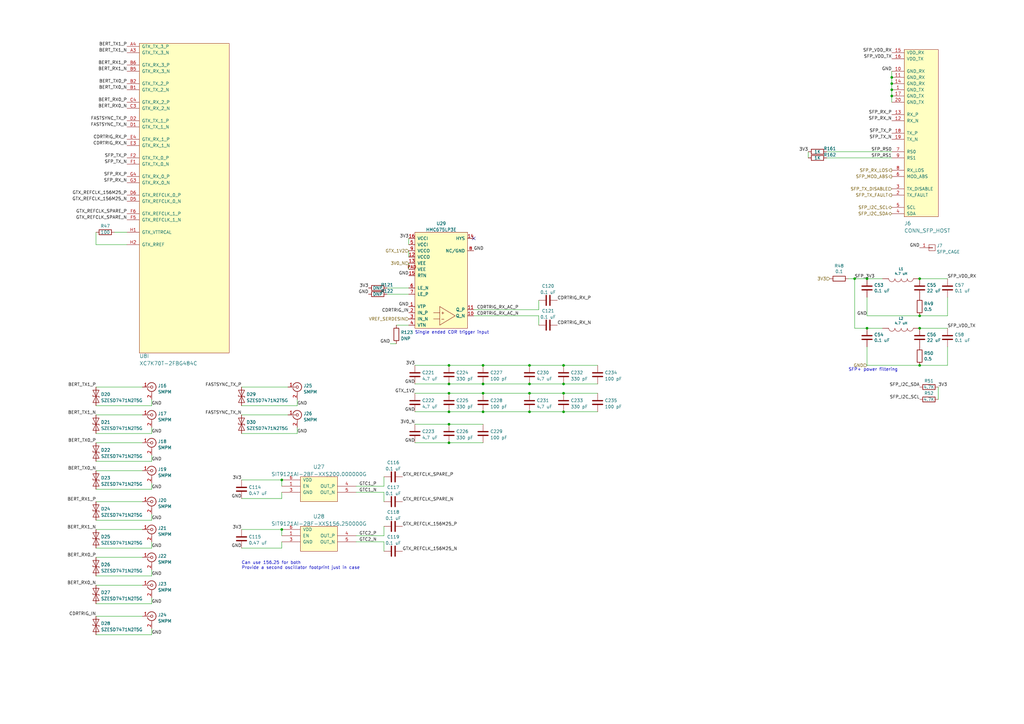
<source format=kicad_sch>
(kicad_sch (version 20211123) (generator eeschema)
  (paper "A3")
  (title_block (title "Trigger Crossbar") (date "2023-12-19") (rev "0.1") (company "Antikernel Labs") (comment 1 "Andrew D. Zonenberg"))
  (junction (at 198.12 157.48))
  (junction (at 217.17 149.86))
  (junction (at 184.15 168.91))
  (junction (at 184.15 161.29))
  (junction (at 365.76 39.37))
  (junction (at 115.57 196.85))
  (junction (at 231.14 157.48))
  (junction (at 231.14 168.91))
  (junction (at 231.14 161.29))
  (junction (at 184.15 181.61))
  (junction (at 184.15 173.99))
  (junction (at 365.76 36.83))
  (junction (at 377.19 129.54))
  (junction (at 231.14 149.86))
  (junction (at 377.19 134.62))
  (junction (at 217.17 157.48))
  (junction (at 198.12 149.86))
  (junction (at 184.15 157.48))
  (junction (at 377.19 114.3))
  (junction (at 217.17 168.91))
  (junction (at 198.12 161.29))
  (junction (at 115.57 217.17))
  (junction (at 377.19 149.86))
  (junction (at 355.6 114.3))
  (junction (at 350.52 114.3))
  (junction (at 365.76 34.29))
  (junction (at 184.15 149.86))
  (junction (at 355.6 134.62))
  (junction (at 365.76 31.75))
  (junction (at 217.17 161.29))
  (junction (at 198.12 168.91))
  (no_connect (at 194.31 97.79))
  (wire (pts (xy 220.98 127) (xy 220.98 123.19)))
  (wire (pts (xy 39.37 236.22) (xy 62.23 236.22)))
  (wire (pts (xy 39.37 158.75) (xy 58.42 158.75)))
  (wire (pts (xy 365.76 36.83) (xy 365.76 39.37)))
  (wire (pts (xy 99.06 158.75) (xy 118.11 158.75)))
  (wire (pts (xy 62.23 260.35) (xy 62.23 257.81)))
  (wire (pts (xy 99.06 224.79) (xy 115.57 224.79)))
  (wire (pts (xy 46.99 95.25) (xy 52.07 95.25)))
  (wire (pts (xy 99.06 177.8) (xy 121.92 177.8)))
  (wire (pts (xy 388.62 121.92) (xy 388.62 129.54)))
  (wire (pts (xy 39.37 217.17) (xy 58.42 217.17)))
  (wire (pts (xy 39.37 252.73) (xy 58.42 252.73)))
  (wire (pts (xy 62.23 166.37) (xy 62.23 163.83)))
  (wire (pts (xy 62.23 224.79) (xy 62.23 222.25)))
  (wire (pts (xy 157.48 222.25) (xy 157.48 226.06)))
  (wire (pts (xy 39.37 170.18) (xy 58.42 170.18)))
  (wire (pts (xy 39.37 193.04) (xy 58.42 193.04)))
  (wire (pts (xy 217.17 149.86) (xy 231.14 149.86)))
  (wire (pts (xy 39.37 181.61) (xy 58.42 181.61)))
  (wire (pts (xy 62.23 177.8) (xy 62.23 175.26)))
  (wire (pts (xy 184.15 168.91) (xy 198.12 168.91)))
  (wire (pts (xy 198.12 157.48) (xy 217.17 157.48)))
  (wire (pts (xy 162.56 133.35) (xy 167.64 133.35)))
  (wire (pts (xy 339.09 62.23) (xy 365.76 62.23)))
  (wire (pts (xy 231.14 157.48) (xy 245.11 157.48)))
  (wire (pts (xy 365.76 31.75) (xy 365.76 34.29)))
  (wire (pts (xy 62.23 236.22) (xy 62.23 233.68)))
  (wire (pts (xy 99.06 217.17) (xy 115.57 217.17)))
  (wire (pts (xy 217.17 168.91) (xy 231.14 168.91)))
  (wire (pts (xy 355.6 114.3) (xy 361.95 114.3)))
  (wire (pts (xy 355.6 149.86) (xy 355.6 142.24)))
  (wire (pts (xy 170.18 181.61) (xy 184.15 181.61)))
  (wire (pts (xy 99.06 204.47) (xy 115.57 204.47)))
  (wire (pts (xy 170.18 173.99) (xy 184.15 173.99)))
  (wire (pts (xy 388.62 129.54) (xy 377.19 129.54)))
  (wire (pts (xy 39.37 247.65) (xy 62.23 247.65)))
  (wire (pts (xy 146.05 201.93) (xy 157.48 201.93)))
  (wire (pts (xy 157.48 199.39) (xy 157.48 195.58)))
  (wire (pts (xy 170.18 149.86) (xy 184.15 149.86)))
  (wire (pts (xy 194.31 129.54) (xy 220.98 129.54)))
  (wire (pts (xy 99.06 170.18) (xy 118.11 170.18)))
  (wire (pts (xy 39.37 213.36) (xy 62.23 213.36)))
  (wire (pts (xy 62.23 200.66) (xy 62.23 198.12)))
  (wire (pts (xy 377.19 129.54) (xy 355.6 129.54)))
  (wire (pts (xy 339.09 64.77) (xy 365.76 64.77)))
  (wire (pts (xy 170.18 161.29) (xy 184.15 161.29)))
  (wire (pts (xy 157.48 201.93) (xy 157.48 205.74)))
  (wire (pts (xy 170.18 157.48) (xy 184.15 157.48)))
  (wire (pts (xy 39.37 205.74) (xy 58.42 205.74)))
  (wire (pts (xy 384.81 158.75) (xy 384.81 163.83)))
  (wire (pts (xy 388.62 149.86) (xy 377.19 149.86)))
  (wire (pts (xy 184.15 181.61) (xy 198.12 181.61)))
  (wire (pts (xy 365.76 34.29) (xy 365.76 36.83)))
  (wire (pts (xy 377.19 114.3) (xy 388.62 114.3)))
  (wire (pts (xy 115.57 196.85) (xy 115.57 199.39)))
  (wire (pts (xy 121.92 166.37) (xy 121.92 163.83)))
  (wire (pts (xy 198.12 161.29) (xy 217.17 161.29)))
  (wire (pts (xy 39.37 177.8) (xy 62.23 177.8)))
  (wire (pts (xy 157.48 215.9) (xy 157.48 219.71)))
  (wire (pts (xy 220.98 129.54) (xy 220.98 133.35)))
  (wire (pts (xy 170.18 168.91) (xy 184.15 168.91)))
  (wire (pts (xy 184.15 149.86) (xy 198.12 149.86)))
  (wire (pts (xy 62.23 213.36) (xy 62.23 210.82)))
  (wire (pts (xy 388.62 142.24) (xy 388.62 149.86)))
  (wire (pts (xy 365.76 29.21) (xy 365.76 31.75)))
  (wire (pts (xy 184.15 161.29) (xy 198.12 161.29)))
  (wire (pts (xy 198.12 168.91) (xy 217.17 168.91)))
  (wire (pts (xy 115.57 217.17) (xy 115.57 219.71)))
  (wire (pts (xy 39.37 224.79) (xy 62.23 224.79)))
  (wire (pts (xy 39.37 240.03) (xy 58.42 240.03)))
  (wire (pts (xy 377.19 134.62) (xy 388.62 134.62)))
  (wire (pts (xy 184.15 173.99) (xy 198.12 173.99)))
  (wire (pts (xy 331.47 62.23) (xy 331.47 64.77)))
  (wire (pts (xy 115.57 204.47) (xy 115.57 201.93)))
  (wire (pts (xy 146.05 199.39) (xy 157.48 199.39)))
  (wire (pts (xy 62.23 189.23) (xy 62.23 186.69)))
  (wire (pts (xy 39.37 200.66) (xy 62.23 200.66)))
  (wire (pts (xy 115.57 224.79) (xy 115.57 222.25)))
  (wire (pts (xy 62.23 247.65) (xy 62.23 245.11)))
  (wire (pts (xy 167.64 97.79) (xy 167.64 100.33)))
  (wire (pts (xy 217.17 161.29) (xy 231.14 161.29)))
  (wire (pts (xy 347.98 114.3) (xy 350.52 114.3)))
  (wire (pts (xy 355.6 129.54) (xy 355.6 121.92)))
  (wire (pts (xy 167.64 102.87) (xy 167.64 105.41)))
  (wire (pts (xy 365.76 39.37) (xy 365.76 41.91)))
  (wire (pts (xy 194.31 127) (xy 220.98 127)))
  (wire (pts (xy 231.14 161.29) (xy 245.11 161.29)))
  (wire (pts (xy 350.52 114.3) (xy 355.6 114.3)))
  (wire (pts (xy 184.15 157.48) (xy 198.12 157.48)))
  (wire (pts (xy 39.37 228.6) (xy 58.42 228.6)))
  (wire (pts (xy 39.37 260.35) (xy 62.23 260.35)))
  (wire (pts (xy 99.06 196.85) (xy 115.57 196.85)))
  (wire (pts (xy 231.14 168.91) (xy 245.11 168.91)))
  (wire (pts (xy 355.6 134.62) (xy 361.95 134.62)))
  (wire (pts (xy 39.37 189.23) (xy 62.23 189.23)))
  (wire (pts (xy 198.12 149.86) (xy 217.17 149.86)))
  (wire (pts (xy 167.64 107.95) (xy 167.64 110.49)))
  (wire (pts (xy 160.02 140.97) (xy 162.56 140.97)))
  (wire (pts (xy 146.05 222.25) (xy 157.48 222.25)))
  (wire (pts (xy 121.92 177.8) (xy 121.92 175.26)))
  (wire (pts (xy 350.52 134.62) (xy 355.6 134.62)))
  (wire (pts (xy 158.75 120.65) (xy 167.64 120.65)))
  (wire (pts (xy 231.14 149.86) (xy 245.11 149.86)))
  (wire (pts (xy 39.37 166.37) (xy 62.23 166.37)))
  (wire (pts (xy 99.06 166.37) (xy 121.92 166.37)))
  (wire (pts (xy 377.19 149.86) (xy 355.6 149.86)))
  (wire (pts (xy 350.52 114.3) (xy 350.52 134.62)))
  (wire (pts (xy 158.75 118.11) (xy 167.64 118.11)))
  (wire (pts (xy 39.37 95.25) (xy 39.37 100.33)))
  (wire (pts (xy 39.37 100.33) (xy 52.07 100.33)))
  (wire (pts (xy 217.17 157.48) (xy 231.14 157.48)))
  (wire (pts (xy 146.05 219.71) (xy 157.48 219.71)))
  (text "Can use 156.25 for both\nProvide a second oscillator footprint just in case" (at 99.06 233.68 0) (effects (font (size 1.27 1.27)) (justify left bottom)))
  (text "SFP+ power filtering" (at 347.98 152.4 0) (effects (font (size 1.27 1.27)) (justify left bottom)))
  (text "Single ended CDR trigger input" (at 170.18 137.16 0) (effects (font (size 1.27 1.27)) (justify left bottom)))
  (label "CDRTRIG_IN" (at 167.64 128.27 180))
  (label "GTC1_N" (at 147.32 201.93 0))
  (label "SFP_I2C_SCL" (at 377.19 163.83 180))
  (label "3V3" (at 331.47 62.23 180))
  (label "SFP_RX_N" (at 52.07 74.93 180))
  (label "GND" (at 377.19 101.6 180))
  (label "BERT_RX0_P" (at 39.37 228.6 180))
  (label "CDRTRIG_RX_P" (at 228.6 123.19 0))
  (label "FASTSYNC_TX_N" (at 99.06 170.18 180))
  (label "GTC2_N" (at 147.32 222.25 0))
  (label "GTX_REFCLK_156M25_N" (at 52.07 82.55 180))
  (label "SFP_RX_P" (at 52.07 72.39 180))
  (label "GND" (at 121.92 166.37 0))
  (label "CDRTRIG_RX_AC_N" (at 195.58 129.54 0))
  (label "CDRTRIG_RX_N" (at 52.07 59.69 180))
  (label "GND" (at 62.23 213.36 0))
  (label "3V0_N" (at 170.18 173.99 180))
  (label "FASTSYNC_TX_P" (at 52.07 49.53 180))
  (label "GND" (at 355.6 129.54 180))
  (label "BERT_RX1_N" (at 52.07 29.21 180))
  (label "GTX_1V2" (at 170.18 161.29 180))
  (label "GND" (at 170.18 181.61 180))
  (label "BERT_TX1_N" (at 52.07 21.59 180))
  (label "BERT_TX1_P" (at 39.37 158.75 180))
  (label "SFP_TX_N" (at 365.76 57.15 180))
  (label "GND" (at 99.06 224.79 180))
  (label "3V3" (at 170.18 149.86 180))
  (label "GND" (at 62.23 224.79 0))
  (label "GND" (at 160.02 140.97 180))
  (label "3V3" (at 167.64 97.79 180))
  (label "GND" (at 121.92 177.8 0))
  (label "3V3" (at 99.06 217.17 180))
  (label "SFP_VDD_RX" (at 388.62 114.3 0))
  (label "CDRTRIG_RX_AC_P" (at 195.58 127 0))
  (label "GTX_REFCLK_156M25_P" (at 52.07 80.01 180))
  (label "GTX_REFCLK_SPARE_P" (at 52.07 87.63 180))
  (label "BERT_TX0_P" (at 39.37 181.61 180))
  (label "3V3" (at 384.81 158.75 0))
  (label "GND" (at 151.13 120.65 180))
  (label "GND" (at 62.23 236.22 0))
  (label "GND" (at 170.18 157.48 180))
  (label "BERT_RX0_N" (at 52.07 44.45 180))
  (label "BERT_TX0_N" (at 39.37 193.04 180))
  (label "GND" (at 62.23 189.23 0))
  (label "BERT_RX0_N" (at 39.37 240.03 180))
  (label "BERT_TX1_N" (at 39.37 170.18 180))
  (label "GTX_REFCLK_SPARE_P" (at 165.1 195.58 0))
  (label "FASTSYNC_TX_P" (at 99.06 158.75 180))
  (label "GND" (at 62.23 166.37 0))
  (label "BERT_TX0_N" (at 52.07 36.83 180))
  (label "GND" (at 194.31 102.87 0))
  (label "GTX_REFCLK_SPARE_N" (at 52.07 90.17 180))
  (label "BERT_TX0_P" (at 52.07 34.29 180))
  (label "3V3" (at 151.13 118.11 180))
  (label "SFP_RX_N" (at 365.76 49.53 180))
  (label "SFP_RS0" (at 365.76 62.23 180))
  (label "GTX_REFCLK_156M25_P" (at 165.1 215.9 0))
  (label "BERT_RX1_N" (at 39.37 217.17 180))
  (label "GND" (at 62.23 247.65 0))
  (label "SFP_3V3" (at 350.52 114.3 0))
  (label "BERT_RX1_P" (at 39.37 205.74 180))
  (label "GND" (at 62.23 200.66 0))
  (label "GND" (at 170.18 168.91 180))
  (label "BERT_RX1_P" (at 52.07 26.67 180))
  (label "CDRTRIG_RX_P" (at 52.07 57.15 180))
  (label "SFP_VDD_TX" (at 365.76 24.13 180))
  (label "SFP_VDD_TX" (at 388.62 134.62 0))
  (label "GND" (at 62.23 177.8 0))
  (label "3V3" (at 99.06 196.85 180))
  (label "SFP_VDD_RX" (at 365.76 21.59 180))
  (label "BERT_TX1_P" (at 52.07 19.05 180))
  (label "GTC1_P" (at 147.32 199.39 0))
  (label "FASTSYNC_TX_N" (at 52.07 52.07 180))
  (label "GTC2_P" (at 147.32 219.71 0))
  (label "SFP_RS1" (at 365.76 64.77 180))
  (label "GND" (at 167.64 125.73 180))
  (label "SFP_I2C_SDA" (at 377.19 158.75 180))
  (label "BERT_RX0_P" (at 52.07 41.91 180))
  (label "SFP_TX_N" (at 52.07 67.31 180))
  (label "CDRTRIG_RX_N" (at 228.6 133.35 0))
  (label "CDRTRIG_IN" (at 39.37 252.73 180))
  (label "GND" (at 167.64 113.03 180))
  (label "GND" (at 365.76 29.21 180))
  (label "GND" (at 99.06 204.47 180))
  (label "GTX_REFCLK_156M25_N" (at 165.1 226.06 0))
  (label "SFP_TX_P" (at 52.07 64.77 180))
  (label "GND" (at 62.23 260.35 0))
  (label "GTX_REFCLK_SPARE_N" (at 165.1 205.74 0))
  (label "SFP_RX_P" (at 365.76 46.99 180))
  (label "SFP_TX_P" (at 365.76 54.61 180))
  (hierarchical_label "VREF_SERDESIN" (shape input) (at 167.64 130.81 180))
  (hierarchical_label "3V0_N" (shape input) (at 167.64 107.95 180))
  (hierarchical_label "GTX_1V2" (shape input) (at 167.64 102.87 180))
  (hierarchical_label "SFP_RX_LOS" (shape output) (at 365.76 69.85 180))
  (hierarchical_label "3V3" (shape input) (at 340.36 114.3 180))
  (hierarchical_label "SFP_TX_DISABLE" (shape input) (at 365.76 77.47 180))
  (hierarchical_label "GND" (shape input) (at 355.6 149.86 180))
  (hierarchical_label "SFP_MOD_ABS" (shape output) (at 365.76 72.39 180))
  (hierarchical_label "SFP_TX_FAULT" (shape output) (at 365.76 80.01 180))
  (hierarchical_label "SFP_I2C_SCL" (shape bidirectional) (at 365.76 85.09 180))
  (hierarchical_label "SFP_I2C_SDA" (shape bidirectional) (at 365.76 87.63 180))
  (symbol (lib_id "device:R") (at 381 163.83 90) (unit 1)
    (property "Reference" "R52" (at 381 161.29 90))
    (property "Value" "4.7K" (at 381 163.83 90))
    (property "Footprint" "azonenberg_pcb:EIA_0402_RES_NOSILK" (effects hide))
  )
  (symbol (lib_id "device:D_TVS") (at 39.37 243.84 90) (unit 1)
    (property "Reference" "D27" (at 41.3766 243.0053 90) (effects (justify right)))
    (property "Value" "SZESD7471N2T5G" (at 41.3766 245.5422 90) (effects (justify right)))
    (property "Footprint" "azonenberg_pcb:SOD882" (effects hide))
    (property "Datasheet" "https://en.wikipedia.org/wiki/Transient-voltage-suppression_diode" (effects hide))
  )
  (symbol (lib_id "device:C") (at 355.6 138.43 0) (unit 1)
    (property "Reference" "C54" (at 358.521 137.2616 0) (effects (justify left)))
    (property "Value" "0.1 uF" (at 358.521 139.573 0) (effects (justify left)))
    (property "Footprint" "azonenberg_pcb:EIA_0402_CAP_NOSILK" (effects hide))
  )
  (symbol (lib_id "conn:CONN_COAXIAL") (at 62.23 170.18 0) (unit 1)
    (property "Reference" "J17" (at 64.77 169.6385 0) (effects (justify left)))
    (property "Value" "SMPM" (at 64.77 172.1754 0) (effects (justify left)))
    (property "Footprint" "azonenberg_pcb:CONN_SMPM_AMPHENOL_C925-197J-51PT" (effects hide))
  )
  (symbol (lib_id "device:D_TVS") (at 39.37 185.42 90) (unit 1)
    (property "Reference" "D22" (at 41.3766 184.5853 90) (effects (justify right)))
    (property "Value" "SZESD7471N2T5G" (at 41.3766 187.1222 90) (effects (justify right)))
    (property "Footprint" "azonenberg_pcb:SOD882" (effects hide))
    (property "Datasheet" "https://en.wikipedia.org/wiki/Transient-voltage-suppression_diode" (effects hide))
  )
  (symbol (lib_id "device:C") (at 99.06 220.98 0) (unit 1)
    (property "Reference" "C115" (at 101.981 220.1453 0) (effects (justify left)))
    (property "Value" "0.47 uF" (at 101.981 222.6822 0) (effects (justify left)))
    (property "Footprint" "azonenberg_pcb:EIA_0402_CAP_NOSILK" (effects hide))
  )
  (symbol (lib_id "device:C") (at 217.17 153.67 0) (unit 1)
    (property "Reference" "C230" (at 220.091 152.8353 0) (effects (justify left)))
    (property "Value" "4.7 uF" (at 220.091 155.3722 0) (effects (justify left)))
    (property "Footprint" "azonenberg_pcb:EIA_0603_CAP_NOSILK" (effects hide))
  )
  (symbol (lib_id "device:R") (at 335.28 64.77 90) (unit 1)
    (property "Reference" "R162" (at 340.36 63.5 90))
    (property "Value" "1K" (at 335.28 64.77 90))
    (property "Footprint" "azonenberg_pcb:EIA_0402_RES_NOSILK" (effects hide))
  )
  (symbol (lib_id "device:C") (at 184.15 165.1 0) (unit 1)
    (property "Reference" "C225" (at 187.071 164.2653 0) (effects (justify left)))
    (property "Value" "330 pF" (at 187.071 166.8022 0) (effects (justify left)))
    (property "Footprint" "azonenberg_pcb:EIA_0402_CAP_NOSILK" (effects hide))
  )
  (symbol (lib_id "device:C") (at 388.62 138.43 0) (unit 1)
    (property "Reference" "C58" (at 391.541 137.2616 0) (effects (justify left)))
    (property "Value" "0.1 uF" (at 391.541 139.573 0) (effects (justify left)))
    (property "Footprint" "azonenberg_pcb:EIA_0402_CAP_NOSILK" (effects hide))
  )
  (symbol (lib_id "conn:CONN_COAXIAL") (at 62.23 228.6 0) (unit 1)
    (property "Reference" "J22" (at 64.77 228.0585 0) (effects (justify left)))
    (property "Value" "SMPM" (at 64.77 230.5954 0) (effects (justify left)))
    (property "Footprint" "azonenberg_pcb:CONN_SMPM_AMPHENOL_C925-197J-51PT" (effects hide))
  )
  (symbol (lib_id "device:C") (at 377.19 118.11 0) (unit 1)
    (property "Reference" "C55" (at 380.111 116.9416 0) (effects (justify left)))
    (property "Value" "22 uF" (at 380.111 119.253 0) (effects (justify left)))
    (property "Footprint" "azonenberg_pcb:EIA_0805_CAP_NOSILK" (effects hide))
  )
  (symbol (lib_id "device:C") (at 231.14 165.1 0) (unit 1)
    (property "Reference" "C233" (at 234.061 164.2653 0) (effects (justify left)))
    (property "Value" "330 pF" (at 234.061 166.8022 0) (effects (justify left)))
    (property "Footprint" "azonenberg_pcb:EIA_0402_CAP_NOSILK" (effects hide))
  )
  (symbol (lib_id "device:D_TVS") (at 39.37 173.99 90) (unit 1)
    (property "Reference" "D21" (at 41.3766 173.1553 90) (effects (justify right)))
    (property "Value" "SZESD7471N2T5G" (at 41.3766 175.6922 90) (effects (justify right)))
    (property "Footprint" "azonenberg_pcb:SOD882" (effects hide))
    (property "Datasheet" "https://en.wikipedia.org/wiki/Transient-voltage-suppression_diode" (effects hide))
  )
  (symbol (lib_id "conn:CONN_01X01") (at 382.27 101.6 0) (unit 1)
    (property "Reference" "J7" (at 384.175 100.7653 0) (effects (justify left)))
    (property "Value" "SFP_CAGE" (at 384.175 103.3022 0) (effects (justify left)))
    (property "Footprint" "azonenberg_pcb:CONN_SFP_CAGE_TE_2007194-1" (effects hide))
  )
  (symbol (lib_id "device:C") (at 170.18 165.1 0) (unit 1)
    (property "Reference" "C222" (at 173.101 164.2653 0) (effects (justify left)))
    (property "Value" "4.7 uF" (at 173.101 166.8022 0) (effects (justify left)))
    (property "Footprint" "azonenberg_pcb:EIA_0603_CAP_NOSILK" (effects hide))
  )
  (symbol (lib_id "device:C") (at 388.62 118.11 0) (unit 1)
    (property "Reference" "C57" (at 391.541 116.9416 0) (effects (justify left)))
    (property "Value" "0.1 uF" (at 391.541 119.253 0) (effects (justify left)))
    (property "Footprint" "azonenberg_pcb:EIA_0402_CAP_NOSILK" (effects hide))
  )
  (symbol (lib_id "passive-azonenberg:INDUCTOR_PWROUT") (at 369.57 134.62 270) (unit 1)
    (property "Reference" "L2" (at 369.57 130.6068 90) (effects (font (size 1.016 1.016))))
    (property "Value" "4.7 uH" (at 369.57 132.5372 90) (effects (font (size 1.016 1.016))))
    (property "Footprint" "azonenberg_pcb:EIA_0805_INDUCTOR_NOSILK" (effects hide))
  )
  (symbol (lib_id "device:C") (at 161.29 226.06 90) (unit 1)
    (property "Reference" "C119" (at 161.29 220.2012 90))
    (property "Value" "0.1 uF" (at 161.29 222.7381 90))
    (property "Footprint" "azonenberg_pcb:EIA_0402_CAP_NOSILK" (effects hide))
  )
  (symbol (lib_id "conn:CONN_COAXIAL") (at 62.23 217.17 0) (unit 1)
    (property "Reference" "J21" (at 64.77 216.6285 0) (effects (justify left)))
    (property "Value" "SMPM" (at 64.77 219.1654 0) (effects (justify left)))
    (property "Footprint" "azonenberg_pcb:CONN_SMPM_AMPHENOL_C925-197J-51PT" (effects hide))
  )
  (symbol (lib_id "device:C") (at 245.11 165.1 0) (unit 1)
    (property "Reference" "C235" (at 248.031 164.2653 0) (effects (justify left)))
    (property "Value" "100 pF" (at 248.031 166.8022 0) (effects (justify left)))
    (property "Footprint" "azonenberg_pcb:EIA_0402_CAP_NOSILK" (effects hide))
  )
  (symbol (lib_id "device:D_TVS") (at 39.37 256.54 90) (unit 1)
    (property "Reference" "D28" (at 41.3766 255.7053 90) (effects (justify right)))
    (property "Value" "SZESD7471N2T5G" (at 41.3766 258.2422 90) (effects (justify right)))
    (property "Footprint" "azonenberg_pcb:SOD882" (effects hide))
    (property "Datasheet" "https://en.wikipedia.org/wiki/Transient-voltage-suppression_diode" (effects hide))
  )
  (symbol (lib_id "conn:CONN_COAXIAL") (at 62.23 240.03 0) (unit 1)
    (property "Reference" "J23" (at 64.77 239.4885 0) (effects (justify left)))
    (property "Value" "SMPM" (at 64.77 242.0254 0) (effects (justify left)))
    (property "Footprint" "azonenberg_pcb:CONN_SMPM_AMPHENOL_C925-197J-51PT" (effects hide))
  )
  (symbol (lib_id "device:C") (at 224.79 133.35 90) (unit 1)
    (property "Reference" "C121" (at 224.79 127.4912 90))
    (property "Value" "0.1 uF" (at 224.79 130.0281 90))
    (property "Footprint" "azonenberg_pcb:EIA_0402_CAP_NOSILK" (effects hide))
  )
  (symbol (lib_id "osc-azonenberg:OSC_LVDS_NOPAD") (at 123.19 226.06 0) (unit 1)
    (property "Reference" "U28" (at 130.81 211.8159 0) (effects (font (size 1.524 1.524))))
    (property "Value" "SIT9121AI-2BF-XXS156.250000G" (at 130.81 214.8093 0) (effects (font (size 1.524 1.524))))
    (property "Footprint" "azonenberg_pcb:OSCILLATOR_LVDS_3.2x2.5" (effects hide))
  )
  (symbol (lib_id "device:C") (at 99.06 200.66 0) (unit 1)
    (property "Reference" "C114" (at 101.981 199.8253 0) (effects (justify left)))
    (property "Value" "0.47 uF" (at 101.981 202.3622 0) (effects (justify left)))
    (property "Footprint" "azonenberg_pcb:EIA_0402_CAP_NOSILK" (effects hide))
  )
  (symbol (lib_id "conn:CONN_COAXIAL") (at 62.23 193.04 0) (unit 1)
    (property "Reference" "J19" (at 64.77 192.4985 0) (effects (justify left)))
    (property "Value" "SMPM" (at 64.77 195.0354 0) (effects (justify left)))
    (property "Footprint" "azonenberg_pcb:CONN_SMPM_AMPHENOL_C925-197J-51PT" (effects hide))
  )
  (symbol (lib_id "device:C") (at 217.17 165.1 0) (unit 1)
    (property "Reference" "C231" (at 220.091 164.2653 0) (effects (justify left)))
    (property "Value" "4.7 uF" (at 220.091 166.8022 0) (effects (justify left)))
    (property "Footprint" "azonenberg_pcb:EIA_0603_CAP_NOSILK" (effects hide))
  )
  (symbol (lib_id "device:C") (at 161.29 205.74 90) (unit 1)
    (property "Reference" "C117" (at 161.29 199.8812 90))
    (property "Value" "0.1 uF" (at 161.29 202.4181 90))
    (property "Footprint" "azonenberg_pcb:EIA_0402_CAP_NOSILK" (effects hide))
  )
  (symbol (lib_id "device:D_TVS") (at 99.06 173.99 90) (unit 1)
    (property "Reference" "D30" (at 101.0666 173.1553 90) (effects (justify right)))
    (property "Value" "SZESD7471N2T5G" (at 101.0666 175.6922 90) (effects (justify right)))
    (property "Footprint" "azonenberg_pcb:SOD882" (effects hide))
    (property "Datasheet" "https://en.wikipedia.org/wiki/Transient-voltage-suppression_diode" (effects hide))
  )
  (symbol (lib_id "xilinx-azonenberg:XC7KxT-FBG484") (at 57.15 143.51 0) (unit 9)
    (property "Reference" "U8" (at 57.15 146.05 0) (effects (font (size 1.524 1.524)) (justify left)))
    (property "Value" "XC7K70T-2FBG484C" (at 57.15 149.0434 0) (effects (font (size 1.524 1.524)) (justify left)))
    (property "Footprint" "azonenberg_pcb:BGA_484_22x22_FULLARRAY_1MM" (effects hide))
  )
  (symbol (lib_id "device:C") (at 198.12 165.1 0) (unit 1)
    (property "Reference" "C228" (at 201.041 164.2653 0) (effects (justify left)))
    (property "Value" "100 pF" (at 201.041 166.8022 0) (effects (justify left)))
    (property "Footprint" "azonenberg_pcb:EIA_0402_CAP_NOSILK" (effects hide))
  )
  (symbol (lib_id "analog-azonenberg:HMC675LP3E") (at 170.18 134.62 0) (unit 1)
    (property "Reference" "U29" (at 180.975 91.6772 0))
    (property "Value" "HMC675LP3E" (at 180.975 94.2141 0))
    (property "Footprint" "azonenberg_pcb:QFN_16_0.5MM_3x3MM" (effects hide))
  )
  (symbol (lib_id "device:D_TVS") (at 99.06 162.56 90) (unit 1)
    (property "Reference" "D29" (at 101.0666 161.7253 90) (effects (justify right)))
    (property "Value" "SZESD7471N2T5G" (at 101.0666 164.2622 90) (effects (justify right)))
    (property "Footprint" "azonenberg_pcb:SOD882" (effects hide))
    (property "Datasheet" "https://en.wikipedia.org/wiki/Transient-voltage-suppression_diode" (effects hide))
  )
  (symbol (lib_id "device:R") (at 344.17 114.3 270) (unit 1)
    (property "Reference" "R48" (at 344.17 109.0422 90))
    (property "Value" "0.1" (at 344.17 111.3536 90))
    (property "Footprint" "azonenberg_pcb:EIA_0402_RES_NOSILK" (effects hide))
  )
  (symbol (lib_id "device:R") (at 377.19 125.73 180) (unit 1)
    (property "Reference" "R49" (at 378.968 124.5616 0) (effects (justify right)))
    (property "Value" "0.5" (at 378.968 126.873 0) (effects (justify right)))
    (property "Footprint" "azonenberg_pcb:EIA_0402_RES_NOSILK" (effects hide))
  )
  (symbol (lib_id "device:R") (at 335.28 62.23 90) (unit 1)
    (property "Reference" "R161" (at 340.36 60.96 90))
    (property "Value" "1K" (at 335.28 62.23 90))
    (property "Footprint" "azonenberg_pcb:EIA_0402_RES_NOSILK" (effects hide))
  )
  (symbol (lib_id "device:D_TVS") (at 39.37 196.85 90) (unit 1)
    (property "Reference" "D23" (at 41.3766 196.0153 90) (effects (justify right)))
    (property "Value" "SZESD7471N2T5G" (at 41.3766 198.5522 90) (effects (justify right)))
    (property "Footprint" "azonenberg_pcb:SOD882" (effects hide))
    (property "Datasheet" "https://en.wikipedia.org/wiki/Transient-voltage-suppression_diode" (effects hide))
  )
  (symbol (lib_id "osc-azonenberg:OSC_LVDS_NOPAD") (at 123.19 205.74 0) (unit 1)
    (property "Reference" "U27" (at 130.81 191.4959 0) (effects (font (size 1.524 1.524))))
    (property "Value" "SIT9121AI-2BF-XXS200.000000G" (at 130.81 194.4893 0) (effects (font (size 1.524 1.524))))
    (property "Footprint" "azonenberg_pcb:OSCILLATOR_LVDS_3.2x2.5" (effects hide))
  )
  (symbol (lib_id "conn:CONN_COAXIAL") (at 62.23 252.73 0) (unit 1)
    (property "Reference" "J24" (at 64.77 252.1885 0) (effects (justify left)))
    (property "Value" "SMPM" (at 64.77 254.7254 0) (effects (justify left)))
    (property "Footprint" "azonenberg_pcb:CONN_SMPM_AMPHENOL_C925-197J-51PT" (effects hide))
  )
  (symbol (lib_id "device:C") (at 355.6 118.11 0) (unit 1)
    (property "Reference" "C53" (at 358.521 116.9416 0) (effects (justify left)))
    (property "Value" "0.1 uF" (at 358.521 119.253 0) (effects (justify left)))
    (property "Footprint" "azonenberg_pcb:EIA_0402_CAP_NOSILK" (effects hide))
  )
  (symbol (lib_id "device:R") (at 381 158.75 90) (unit 1)
    (property "Reference" "R51" (at 381 156.21 90))
    (property "Value" "4.7K" (at 381 158.75 90))
    (property "Footprint" "azonenberg_pcb:EIA_0402_RES_NOSILK" (effects hide))
  )
  (symbol (lib_id "device:C") (at 198.12 177.8 0) (unit 1)
    (property "Reference" "C229" (at 201.041 176.9653 0) (effects (justify left)))
    (property "Value" "100 pF" (at 201.041 179.5022 0) (effects (justify left)))
    (property "Footprint" "azonenberg_pcb:EIA_0402_CAP_NOSILK" (effects hide))
  )
  (symbol (lib_id "device:R") (at 162.56 137.16 0) (unit 1)
    (property "Reference" "R123" (at 164.338 136.3253 0) (effects (justify left)))
    (property "Value" "DNP" (at 164.338 138.8622 0) (effects (justify left)))
    (property "Footprint" "azonenberg_pcb:EIA_0402_RES_NOSILK" (effects hide))
  )
  (symbol (lib_id "device:C") (at 198.12 153.67 0) (unit 1)
    (property "Reference" "C227" (at 201.041 152.8353 0) (effects (justify left)))
    (property "Value" "100 pF" (at 201.041 155.3722 0) (effects (justify left)))
    (property "Footprint" "azonenberg_pcb:EIA_0402_CAP_NOSILK" (effects hide))
  )
  (symbol (lib_id "special-azonenberg:CONN_SFP_HOST") (at 370.84 88.9 0) (unit 1)
    (property "Reference" "J6" (at 370.84 91.6216 0) (effects (font (size 1.524 1.524)) (justify left)))
    (property "Value" "CONN_SFP_HOST" (at 370.84 94.615 0) (effects (font (size 1.524 1.524)) (justify left)))
    (property "Footprint" "azonenberg_pcb:CONN_SFP+_AMPHENOL_UE76_A10_2000T" (effects hide))
  )
  (symbol (lib_id "device:C") (at 161.29 215.9 90) (unit 1)
    (property "Reference" "C118" (at 161.29 210.0412 90))
    (property "Value" "0.1 uF" (at 161.29 212.5781 90))
    (property "Footprint" "azonenberg_pcb:EIA_0402_CAP_NOSILK" (effects hide))
  )
  (symbol (lib_id "device:D_TVS") (at 39.37 220.98 90) (unit 1)
    (property "Reference" "D25" (at 41.3766 220.1453 90) (effects (justify right)))
    (property "Value" "SZESD7471N2T5G" (at 41.3766 222.6822 90) (effects (justify right)))
    (property "Footprint" "azonenberg_pcb:SOD882" (effects hide))
    (property "Datasheet" "https://en.wikipedia.org/wiki/Transient-voltage-suppression_diode" (effects hide))
  )
  (symbol (lib_id "conn:CONN_COAXIAL") (at 121.92 158.75 0) (unit 1)
    (property "Reference" "J25" (at 124.46 158.2085 0) (effects (justify left)))
    (property "Value" "SMPM" (at 124.46 160.7454 0) (effects (justify left)))
    (property "Footprint" "azonenberg_pcb:CONN_SMPM_AMPHENOL_C925-197J-51PT" (effects hide))
  )
  (symbol (lib_id "device:C") (at 224.79 123.19 90) (unit 1)
    (property "Reference" "C120" (at 224.79 117.3312 90))
    (property "Value" "0.1 uF" (at 224.79 119.8681 90))
    (property "Footprint" "azonenberg_pcb:EIA_0402_CAP_NOSILK" (effects hide))
  )
  (symbol (lib_id "device:D_TVS") (at 39.37 162.56 90) (unit 1)
    (property "Reference" "D20" (at 41.3766 161.7253 90) (effects (justify right)))
    (property "Value" "SZESD7471N2T5G" (at 41.3766 164.2622 90) (effects (justify right)))
    (property "Footprint" "azonenberg_pcb:SOD882" (effects hide))
    (property "Datasheet" "https://en.wikipedia.org/wiki/Transient-voltage-suppression_diode" (effects hide))
  )
  (symbol (lib_id "device:R") (at 154.94 118.11 90) (unit 1)
    (property "Reference" "R121" (at 158.75 116.84 90))
    (property "Value" "DNP" (at 154.94 118.11 90))
    (property "Footprint" "azonenberg_pcb:EIA_0402_RES_NOSILK" (effects hide))
  )
  (symbol (lib_id "conn:CONN_COAXIAL") (at 62.23 181.61 0) (unit 1)
    (property "Reference" "J18" (at 64.77 181.0685 0) (effects (justify left)))
    (property "Value" "SMPM" (at 64.77 183.6054 0) (effects (justify left)))
    (property "Footprint" "azonenberg_pcb:CONN_SMPM_AMPHENOL_C925-197J-51PT" (effects hide))
  )
  (symbol (lib_id "device:C") (at 161.29 195.58 90) (unit 1)
    (property "Reference" "C116" (at 161.29 189.7212 90))
    (property "Value" "0.1 uF" (at 161.29 192.2581 90))
    (property "Footprint" "azonenberg_pcb:EIA_0402_CAP_NOSILK" (effects hide))
  )
  (symbol (lib_id "conn:CONN_COAXIAL") (at 62.23 158.75 0) (unit 1)
    (property "Reference" "J16" (at 64.77 158.2085 0) (effects (justify left)))
    (property "Value" "SMPM" (at 64.77 160.7454 0) (effects (justify left)))
    (property "Footprint" "azonenberg_pcb:CONN_SMPM_AMPHENOL_C925-197J-51PT" (effects hide))
  )
  (symbol (lib_id "device:C") (at 377.19 138.43 0) (unit 1)
    (property "Reference" "C56" (at 380.111 137.2616 0) (effects (justify left)))
    (property "Value" "22 uF" (at 380.111 139.573 0) (effects (justify left)))
    (property "Footprint" "azonenberg_pcb:EIA_0805_CAP_NOSILK" (effects hide))
  )
  (symbol (lib_id "device:C") (at 245.11 153.67 0) (unit 1)
    (property "Reference" "C234" (at 248.031 152.8353 0) (effects (justify left)))
    (property "Value" "100 pF" (at 248.031 155.3722 0) (effects (justify left)))
    (property "Footprint" "azonenberg_pcb:EIA_0402_CAP_NOSILK" (effects hide))
  )
  (symbol (lib_id "device:C") (at 170.18 177.8 0) (unit 1)
    (property "Reference" "C223" (at 173.101 176.9653 0) (effects (justify left)))
    (property "Value" "4.7 uF" (at 173.101 179.5022 0) (effects (justify left)))
    (property "Footprint" "azonenberg_pcb:EIA_0603_CAP_NOSILK" (effects hide))
  )
  (symbol (lib_id "conn:CONN_COAXIAL") (at 121.92 170.18 0) (unit 1)
    (property "Reference" "J26" (at 124.46 169.6385 0) (effects (justify left)))
    (property "Value" "SMPM" (at 124.46 172.1754 0) (effects (justify left)))
    (property "Footprint" "azonenberg_pcb:CONN_SMPM_AMPHENOL_C925-197J-51PT" (effects hide))
  )
  (symbol (lib_id "device:R") (at 377.19 146.05 180) (unit 1)
    (property "Reference" "R50" (at 378.968 144.8816 0) (effects (justify right)))
    (property "Value" "0.5" (at 378.968 147.193 0) (effects (justify right)))
    (property "Footprint" "azonenberg_pcb:EIA_0402_RES_NOSILK" (effects hide))
  )
  (symbol (lib_id "passive-azonenberg:INDUCTOR_PWROUT") (at 369.57 114.3 270) (unit 1)
    (property "Reference" "L1" (at 369.57 110.2868 90) (effects (font (size 1.016 1.016))))
    (property "Value" "4.7 uH" (at 369.57 112.2172 90) (effects (font (size 1.016 1.016))))
    (property "Footprint" "azonenberg_pcb:EIA_0805_INDUCTOR_NOSILK" (effects hide))
  )
  (symbol (lib_id "device:D_TVS") (at 39.37 232.41 90) (unit 1)
    (property "Reference" "D26" (at 41.3766 231.5753 90) (effects (justify right)))
    (property "Value" "SZESD7471N2T5G" (at 41.3766 234.1122 90) (effects (justify right)))
    (property "Footprint" "azonenberg_pcb:SOD882" (effects hide))
    (property "Datasheet" "https://en.wikipedia.org/wiki/Transient-voltage-suppression_diode" (effects hide))
  )
  (symbol (lib_id "device:R") (at 43.18 95.25 90) (unit 1)
    (property "Reference" "R47" (at 43.18 92.71 90))
    (property "Value" "100" (at 43.18 95.25 90))
    (property "Footprint" "azonenberg_pcb:EIA_0402_RES_NOSILK" (effects hide))
  )
  (symbol (lib_id "device:C") (at 184.15 153.67 0) (unit 1)
    (property "Reference" "C224" (at 187.071 152.8353 0) (effects (justify left)))
    (property "Value" "330 pF" (at 187.071 155.3722 0) (effects (justify left)))
    (property "Footprint" "azonenberg_pcb:EIA_0402_CAP_NOSILK" (effects hide))
  )
  (symbol (lib_id "device:C") (at 184.15 177.8 0) (unit 1)
    (property "Reference" "C226" (at 187.071 176.9653 0) (effects (justify left)))
    (property "Value" "330 pF" (at 187.071 179.5022 0) (effects (justify left)))
    (property "Footprint" "azonenberg_pcb:EIA_0402_CAP_NOSILK" (effects hide))
  )
  (symbol (lib_id "device:C") (at 231.14 153.67 0) (unit 1)
    (property "Reference" "C232" (at 234.061 152.8353 0) (effects (justify left)))
    (property "Value" "330 pF" (at 234.061 155.3722 0) (effects (justify left)))
    (property "Footprint" "azonenberg_pcb:EIA_0402_CAP_NOSILK" (effects hide))
  )
  (symbol (lib_id "device:R") (at 154.94 120.65 90) (unit 1)
    (property "Reference" "R122" (at 158.75 119.38 90))
    (property "Value" "DNP" (at 154.94 120.65 90))
    (property "Footprint" "azonenberg_pcb:EIA_0402_RES_NOSILK" (effects hide))
  )
  (symbol (lib_id "device:D_TVS") (at 39.37 209.55 90) (unit 1)
    (property "Reference" "D24" (at 41.3766 208.7153 90) (effects (justify right)))
    (property "Value" "SZESD7471N2T5G" (at 41.3766 211.2522 90) (effects (justify right)))
    (property "Footprint" "azonenberg_pcb:SOD882" (effects hide))
    (property "Datasheet" "https://en.wikipedia.org/wiki/Transient-voltage-suppression_diode" (effects hide))
  )
  (symbol (lib_id "conn:CONN_COAXIAL") (at 62.23 205.74 0) (unit 1)
    (property "Reference" "J20" (at 64.77 205.1985 0) (effects (justify left)))
    (property "Value" "SMPM" (at 64.77 207.7354 0) (effects (justify left)))
    (property "Footprint" "azonenberg_pcb:CONN_SMPM_AMPHENOL_C925-197J-51PT" (effects hide))
  )
  (symbol (lib_id "device:C") (at 170.18 153.67 0) (unit 1)
    (property "Reference" "C221" (at 173.101 152.8353 0) (effects (justify left)))
    (property "Value" "4.7 uF" (at 173.101 155.3722 0) (effects (justify left)))
    (property "Footprint" "azonenberg_pcb:EIA_0603_CAP_NOSILK" (effects hide))
  )
)
</source>
